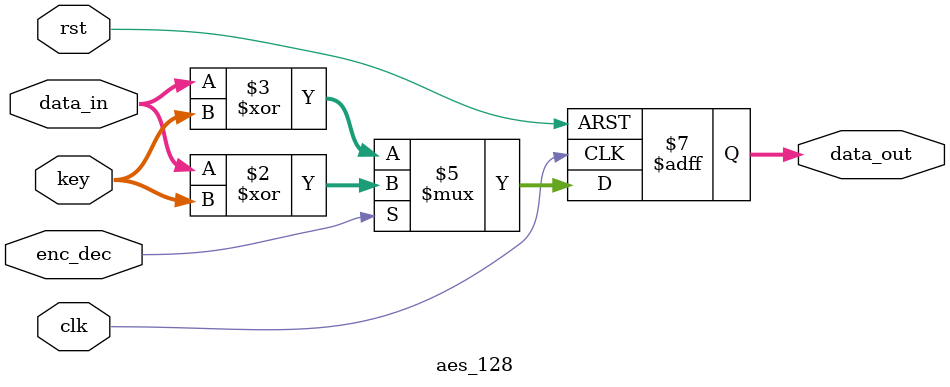
<source format=v>
`timescale 1ns / 1ps
module aes_128(
    input wire clk,
    input wire rst,
    input wire [127:0] data_in,
    input wire [127:0] key,
    input wire enc_dec,  // 1 = encrypt, 0 = decrypt
    output reg [127:0] data_out
);

always @(posedge clk or posedge rst) begin
    if (rst)
        data_out <= 128'b0;
    else begin
        if (enc_dec)
            data_out <= data_in ^ key;  // dummy encrypt
        else
            data_out <= data_in ^ key;  // dummy decrypt
    end
end

endmodule


</source>
